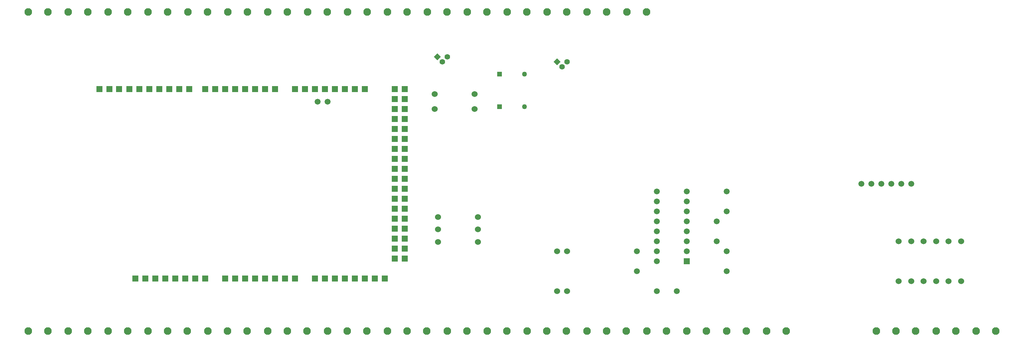
<source format=gbr>
G04 DipTrace 3.3.1.3*
G04 BottomAssy.gbr*
%MOIN*%
G04 #@! TF.FileFunction,Drawing,Bot*
G04 #@! TF.Part,Single*
%AMOUTLINE0*
4,1,4,
0.0,-0.035433,
-0.035433,0.0,
0.0,0.035433,
0.035433,0.0,
0.0,-0.035433,
0*%
G04 #@! TA.AperFunction,ComponentPad*
%ADD18C,0.059055*%
%ADD21C,0.076772*%
%ADD22R,0.059055X0.059055*%
%ADD23R,0.05X0.05*%
%ADD24C,0.05*%
%ADD25C,0.06*%
%ADD26C,0.06*%
%ADD27C,0.059055*%
%ADD28C,0.055118*%
%ADD64OUTLINE0*%
%FSLAX26Y26*%
G04*
G70*
G90*
G75*
G01*
G04 BotAssy*
%LPD*%
D21*
X2613058Y3867979D3*
X2809908D3*
X3013058D3*
X3209908D3*
X3413058D3*
X3609908D3*
X6213058D3*
X6409908D3*
X613058Y667979D3*
X809908D3*
X6613058Y3867979D3*
X6809908D3*
X4613058D3*
X4809908D3*
D22*
X4388058Y1392979D3*
Y1492979D3*
Y1592979D3*
Y1692979D3*
Y1792979D3*
Y1892979D3*
Y1992979D3*
Y2092979D3*
Y2192979D3*
Y2292979D3*
Y2392979D3*
Y2492979D3*
Y2592979D3*
Y2692979D3*
Y2792979D3*
Y2892979D3*
Y2992979D3*
X4288058Y3092979D3*
Y1392979D3*
Y1492979D3*
Y1592979D3*
Y1692979D3*
Y1792979D3*
Y1892979D3*
Y1992979D3*
Y2092979D3*
Y2192979D3*
Y2292979D3*
Y2392979D3*
Y2492979D3*
Y2592979D3*
Y2692979D3*
Y2792979D3*
Y2892979D3*
Y2992979D3*
X4388058Y3092979D3*
X2188058Y1192979D3*
X1988058D3*
X1888058D3*
X1788058D3*
X1688058D3*
X3088058D3*
X2988058D3*
X2888058D3*
X2788058D3*
X2688058D3*
X2588058D3*
X2226058Y3092979D3*
X2126058D3*
X2026058D3*
X1926058D3*
X1826058D3*
X1726058D3*
X1626058D3*
X1525058D3*
X1426058D3*
X1326058D3*
X3088058D3*
X2988058D3*
X2888058D3*
X2788058D3*
X2688058D3*
X2588058D3*
X2488058D3*
X2388058D3*
X3288058D3*
X3388058D3*
X3488058D3*
X3588058D3*
X3688058D3*
X3788058D3*
X3888058D3*
X3988058D3*
X3188058Y1192979D3*
X3288058D3*
X3488058D3*
X3588058D3*
X3688058D3*
X3788058D3*
X3888058D3*
X3988058D3*
X4088058D3*
X4188058D3*
X2088058D3*
X2388058D3*
X2288058D3*
D21*
X1013058Y3867979D3*
X1209908D3*
D23*
X5338058Y3242979D3*
D24*
X5588058D3*
D21*
X9113058Y667979D3*
X9309908D3*
X9506759D3*
X5013058Y3867979D3*
X5209908D3*
X5413058D3*
X5609908D3*
X5813058D3*
X6009908D3*
X1013058Y667979D3*
X1209908D3*
X1413058D3*
X1609908D3*
X1813058D3*
X2009908D3*
X2206759D3*
X1413058Y3867979D3*
X1609908D3*
D25*
X5088058Y3042979D3*
D26*
X4688058D3*
D23*
X5338058Y2917979D3*
D24*
X5588058D3*
D21*
X6813058Y667979D3*
X7009908D3*
X5613058D3*
X5809908D3*
X6006759D3*
X6213058D3*
X6409908D3*
X6606759D3*
X7213058D3*
X7409908D3*
X7613058D3*
X7809908D3*
X8013058D3*
X8209908D3*
X2413058D3*
X2609908D3*
X2806759D3*
D22*
X7213058Y1367979D3*
D27*
Y1467979D3*
Y1567979D3*
Y1667979D3*
Y1767979D3*
Y1867979D3*
Y1967979D3*
Y2067979D3*
X6913058D3*
Y1967979D3*
Y1867979D3*
Y1767979D3*
Y1667979D3*
Y1567979D3*
Y1467979D3*
Y1367979D3*
D25*
X9463058Y1167979D3*
D26*
Y1567979D3*
D25*
X9338058Y1167979D3*
D26*
Y1567979D3*
D25*
X9588058Y1167979D3*
D26*
Y1567979D3*
D25*
X9713058Y1167979D3*
D26*
Y1567979D3*
D25*
X9838058Y1167979D3*
D26*
Y1567979D3*
D25*
X9963058Y1167979D3*
D26*
Y1567979D3*
D25*
X4688058Y2892979D3*
D26*
X5088058D3*
D25*
X4718701Y1811399D3*
D26*
X5118701D3*
D25*
X4718701Y1686399D3*
D26*
X5118701D3*
D25*
X4718701Y1561399D3*
D26*
X5118701D3*
D28*
X6013058Y3367979D3*
X5963058Y3317979D3*
D64*
X5913058Y3367979D3*
D28*
X4813058Y3417979D3*
X4763058Y3367979D3*
D64*
X4713058Y3417979D3*
D18*
X7613058Y1267979D3*
Y1467979D3*
X7513058Y1767979D3*
Y1567979D3*
X7613058Y1867979D3*
Y2067979D3*
X6713058Y1267979D3*
Y1467979D3*
X6913058Y1067979D3*
X7113058D3*
X3513058Y2967979D3*
X3613058D3*
D25*
X5913058Y1067979D3*
D26*
Y1467979D3*
D25*
X6013058Y1067979D3*
D26*
Y1467979D3*
D18*
X9463058Y2142979D3*
X8963058D3*
X9363058D3*
X9263058D3*
X9163058D3*
X9063058D3*
D21*
X613058Y3867979D3*
X809908D3*
X1813058D3*
X2009908D3*
X2213058D3*
X2409908D3*
X3813058D3*
X4009908D3*
X4213058D3*
X4409908D3*
X9713058Y667979D3*
X9909908D3*
X10113058D3*
X10309908D3*
X3013058D3*
X3209908D3*
X3406759D3*
X3613058D3*
X3809908D3*
X4006759D3*
X4213058D3*
X4409908D3*
X4606759D3*
X4813058D3*
X5009908D3*
X5213058D3*
X5409908D3*
M02*

</source>
